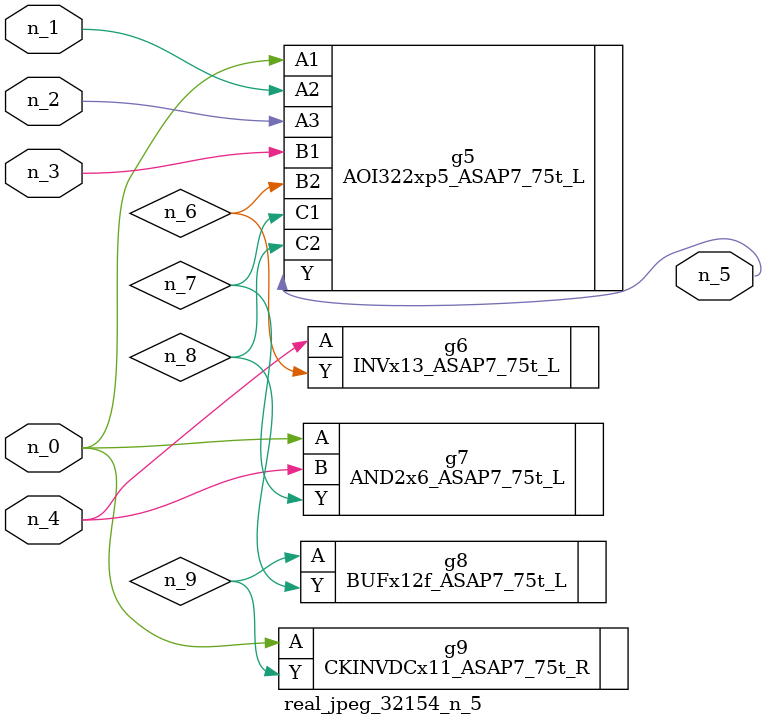
<source format=v>
module real_jpeg_32154_n_5 (n_4, n_0, n_1, n_2, n_3, n_5);

input n_4;
input n_0;
input n_1;
input n_2;
input n_3;

output n_5;

wire n_8;
wire n_6;
wire n_7;
wire n_9;

AOI322xp5_ASAP7_75t_L g5 ( 
.A1(n_0),
.A2(n_1),
.A3(n_2),
.B1(n_3),
.B2(n_6),
.C1(n_7),
.C2(n_8),
.Y(n_5)
);

AND2x6_ASAP7_75t_L g7 ( 
.A(n_0),
.B(n_4),
.Y(n_7)
);

CKINVDCx11_ASAP7_75t_R g9 ( 
.A(n_0),
.Y(n_9)
);

INVx13_ASAP7_75t_L g6 ( 
.A(n_4),
.Y(n_6)
);

BUFx12f_ASAP7_75t_L g8 ( 
.A(n_9),
.Y(n_8)
);


endmodule
</source>
